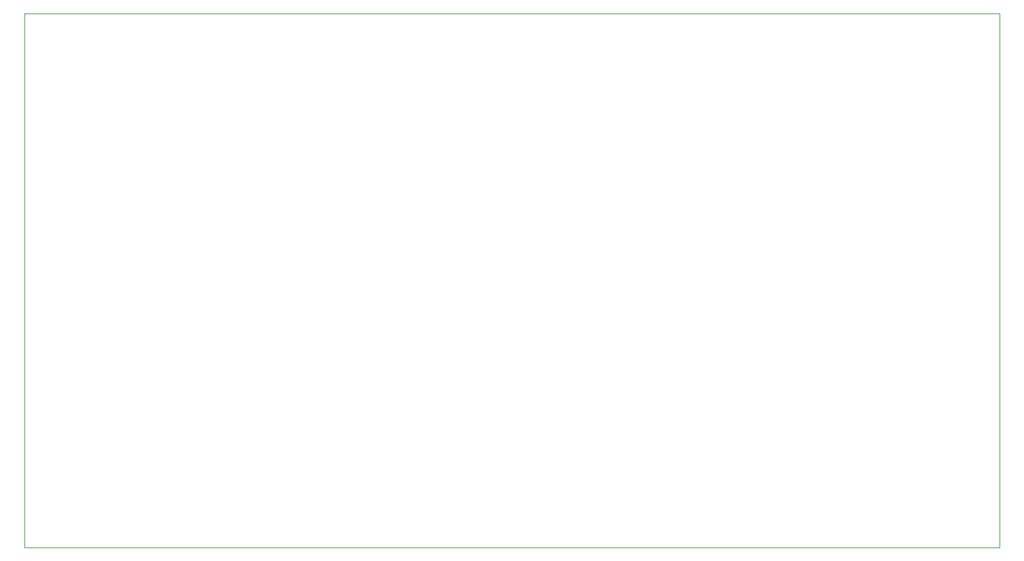
<source format=gbr>
%TF.GenerationSoftware,KiCad,Pcbnew,(5.1.9)-1*%
%TF.CreationDate,2021-03-07T17:17:19-08:00*%
%TF.ProjectId,VFD,5646442e-6b69-4636-9164-5f7063625858,1.0*%
%TF.SameCoordinates,PX50e7ea0PY815a420*%
%TF.FileFunction,Profile,NP*%
%FSLAX46Y46*%
G04 Gerber Fmt 4.6, Leading zero omitted, Abs format (unit mm)*
G04 Created by KiCad (PCBNEW (5.1.9)-1) date 2021-03-07 17:17:19*
%MOMM*%
%LPD*%
G01*
G04 APERTURE LIST*
%TA.AperFunction,Profile*%
%ADD10C,0.050000*%
%TD*%
G04 APERTURE END LIST*
D10*
X0Y0D02*
X0Y70358000D01*
X128270000Y0D02*
X0Y0D01*
X128270000Y70358000D02*
X128270000Y0D01*
X0Y70358000D02*
X128270000Y70358000D01*
M02*

</source>
